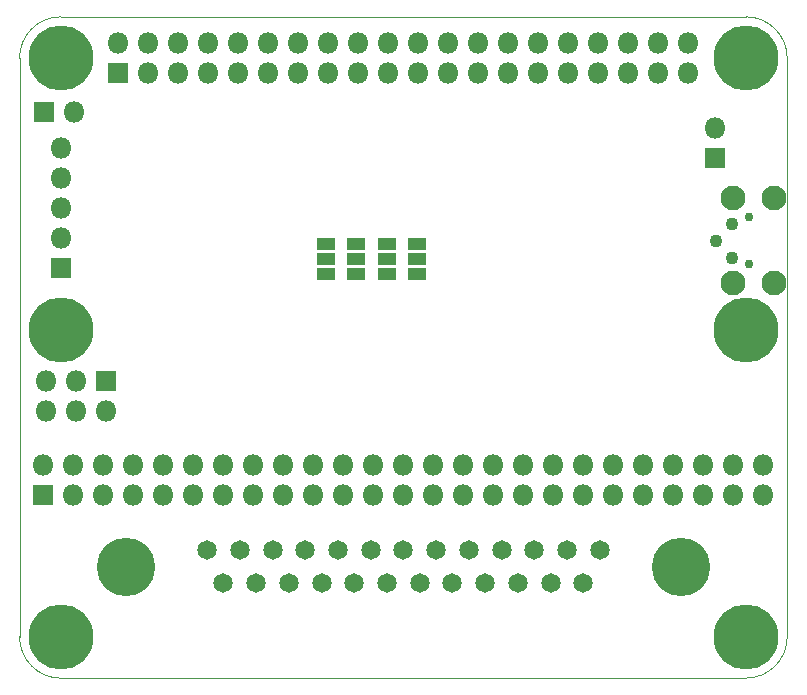
<source format=gbr>
%TF.GenerationSoftware,KiCad,Pcbnew,(5.1.4)-1*%
%TF.CreationDate,2020-09-12T17:46:14-05:00*%
%TF.ProjectId,rascsi_2p3,72617363-7369-45f3-9270-332e6b696361,rev?*%
%TF.SameCoordinates,PX59d60c0PY325aa00*%
%TF.FileFunction,Soldermask,Bot*%
%TF.FilePolarity,Negative*%
%FSLAX46Y46*%
G04 Gerber Fmt 4.6, Leading zero omitted, Abs format (unit mm)*
G04 Created by KiCad (PCBNEW (5.1.4)-1) date 2020-09-12 17:46:14*
%MOMM*%
%LPD*%
G04 APERTURE LIST*
%ADD10C,0.050000*%
%ADD11C,1.100000*%
%ADD12C,0.750000*%
%ADD13C,2.100000*%
%ADD14R,1.600000X1.100000*%
%ADD15C,4.945000*%
%ADD16C,1.645000*%
%ADD17O,1.800000X1.800000*%
%ADD18R,1.800000X1.800000*%
%ADD19C,0.900000*%
%ADD20C,5.500000*%
G04 APERTURE END LIST*
D10*
X83800000Y-45696000D02*
X141800000Y-45696000D01*
X83800000Y-45696000D02*
G75*
G02X80300000Y-42196000I0J3500000D01*
G01*
X145300000Y-42196000D02*
G75*
G02X141800000Y-45696000I-3500000J0D01*
G01*
X80300000Y6800000D02*
X80300000Y-42196000D01*
X145300000Y6800000D02*
X145300000Y-42196000D01*
X83800000Y10300000D02*
X141800000Y10300000D01*
X80300000Y6800000D02*
G75*
G02X83800000Y10300000I3500000J0D01*
G01*
X141800000Y10300000D02*
G75*
G02X145300000Y6800000I0J-3500000D01*
G01*
D11*
%TO.C,TP1*%
X140650000Y-7250000D03*
%TD*%
%TO.C,TP2*%
X139260000Y-8660000D03*
%TD*%
%TO.C,TP3*%
X140650000Y-10110000D03*
%TD*%
D12*
%TO.C,J8*%
X142025000Y-6660000D03*
X142025000Y-10660000D03*
D13*
X140705000Y-12235000D03*
X140705000Y-5085000D03*
X144155000Y-5085000D03*
X144155000Y-12235000D03*
%TD*%
D14*
%TO.C,JP4*%
X113969999Y-10210000D03*
X113969999Y-8910000D03*
X113969999Y-11510000D03*
%TD*%
%TO.C,JP1*%
X106220000Y-10210000D03*
X106220000Y-8910000D03*
X106220000Y-11510000D03*
%TD*%
%TO.C,JP3*%
X111386666Y-10210000D03*
X111386666Y-8910000D03*
X111386666Y-11510000D03*
%TD*%
%TO.C,JP2*%
X108803333Y-10210000D03*
X108803333Y-8910000D03*
X108803333Y-11510000D03*
%TD*%
D15*
%TO.C,J6*%
X89281600Y-36250000D03*
X136321600Y-36250000D03*
D16*
X97566600Y-37670000D03*
X100336600Y-37670000D03*
X103106600Y-37670000D03*
X105876600Y-37670000D03*
X108646600Y-37670000D03*
X111416600Y-37670000D03*
X114186600Y-37670000D03*
X116956600Y-37670000D03*
X119726600Y-37670000D03*
X122496600Y-37670000D03*
X125266600Y-37670000D03*
X128036600Y-37670000D03*
X96181600Y-34830000D03*
X98951600Y-34830000D03*
X101721600Y-34830000D03*
X104491600Y-34830000D03*
X107261600Y-34830000D03*
X110031600Y-34830000D03*
X112801600Y-34830000D03*
X115571600Y-34830000D03*
X118341600Y-34830000D03*
X121111600Y-34830000D03*
X123881600Y-34830000D03*
X126651600Y-34830000D03*
X129421600Y-34830000D03*
%TD*%
D17*
%TO.C,J2*%
X139226000Y857000D03*
D18*
X139226000Y-1683000D03*
%TD*%
D17*
%TO.C,J7*%
X84920000Y2280000D03*
D18*
X82380000Y2280000D03*
%TD*%
D17*
%TO.C,J5*%
X82560000Y-23110000D03*
X82560000Y-20570000D03*
X85100000Y-23110000D03*
X85100000Y-20570000D03*
X87640000Y-23110000D03*
D18*
X87640000Y-20570000D03*
%TD*%
D17*
%TO.C,J3*%
X143226500Y-27654500D03*
X143226500Y-30194500D03*
X140686500Y-27654500D03*
X140686500Y-30194500D03*
X138146500Y-27654500D03*
X138146500Y-30194500D03*
X135606500Y-27654500D03*
X135606500Y-30194500D03*
X133066500Y-27654500D03*
X133066500Y-30194500D03*
X130526500Y-27654500D03*
X130526500Y-30194500D03*
X127986500Y-27654500D03*
X127986500Y-30194500D03*
X125446500Y-27654500D03*
X125446500Y-30194500D03*
X122906500Y-27654500D03*
X122906500Y-30194500D03*
X120366500Y-27654500D03*
X120366500Y-30194500D03*
X117826500Y-27654500D03*
X117826500Y-30194500D03*
X115286500Y-27654500D03*
X115286500Y-30194500D03*
X112746500Y-27654500D03*
X112746500Y-30194500D03*
X110206500Y-27654500D03*
X110206500Y-30194500D03*
X107666500Y-27654500D03*
X107666500Y-30194500D03*
X105126500Y-27654500D03*
X105126500Y-30194500D03*
X102586500Y-27654500D03*
X102586500Y-30194500D03*
X100046500Y-27654500D03*
X100046500Y-30194500D03*
X97506500Y-27654500D03*
X97506500Y-30194500D03*
X94966500Y-27654500D03*
X94966500Y-30194500D03*
X92426500Y-27654500D03*
X92426500Y-30194500D03*
X89886500Y-27654500D03*
X89886500Y-30194500D03*
X87346500Y-27654500D03*
X87346500Y-30194500D03*
X84806500Y-27654500D03*
X84806500Y-30194500D03*
X82266500Y-27654500D03*
D18*
X82266500Y-30194500D03*
%TD*%
D17*
%TO.C,J1*%
X136930000Y8070000D03*
X136930000Y5530000D03*
X134390000Y8070000D03*
X134390000Y5530000D03*
X131850000Y8070000D03*
X131850000Y5530000D03*
X129310000Y8070000D03*
X129310000Y5530000D03*
X126770000Y8070000D03*
X126770000Y5530000D03*
X124230000Y8070000D03*
X124230000Y5530000D03*
X121690000Y8070000D03*
X121690000Y5530000D03*
X119150000Y8070000D03*
X119150000Y5530000D03*
X116610000Y8070000D03*
X116610000Y5530000D03*
X114070000Y8070000D03*
X114070000Y5530000D03*
X111530000Y8070000D03*
X111530000Y5530000D03*
X108990000Y8070000D03*
X108990000Y5530000D03*
X106450000Y8070000D03*
X106450000Y5530000D03*
X103910000Y8070000D03*
X103910000Y5530000D03*
X101370000Y8070000D03*
X101370000Y5530000D03*
X98830000Y8070000D03*
X98830000Y5530000D03*
X96290000Y8070000D03*
X96290000Y5530000D03*
X93750000Y8070000D03*
X93750000Y5530000D03*
X91210000Y8070000D03*
X91210000Y5530000D03*
X88670000Y8070000D03*
D18*
X88670000Y5530000D03*
%TD*%
D19*
%TO.C,H2*%
X143231891Y8231891D03*
X141800000Y8825000D03*
X140368109Y8231891D03*
X139775000Y6800000D03*
X140368109Y5368109D03*
X141800000Y4775000D03*
X143231891Y5368109D03*
X143825000Y6800000D03*
D20*
X141800000Y6800000D03*
%TD*%
D19*
%TO.C,H1*%
X85231891Y8231891D03*
X83800000Y8825000D03*
X82368109Y8231891D03*
X81775000Y6800000D03*
X82368109Y5368109D03*
X83800000Y4775000D03*
X85231891Y5368109D03*
X85825000Y6800000D03*
D20*
X83800000Y6800000D03*
%TD*%
D17*
%TO.C,J4*%
X83810000Y-820000D03*
X83810000Y-3360000D03*
X83810000Y-5900000D03*
X83810000Y-8440000D03*
D18*
X83810000Y-10980000D03*
%TD*%
D19*
%TO.C,H6*%
X143231891Y-40768109D03*
X141800000Y-40175000D03*
X140368109Y-40768109D03*
X139775000Y-42200000D03*
X140368109Y-43631891D03*
X141800000Y-44225000D03*
X143231891Y-43631891D03*
X143825000Y-42200000D03*
D20*
X141800000Y-42200000D03*
%TD*%
D19*
%TO.C,H5*%
X85231891Y-40768109D03*
X83800000Y-40175000D03*
X82368109Y-40768109D03*
X81775000Y-42200000D03*
X82368109Y-43631891D03*
X83800000Y-44225000D03*
X85231891Y-43631891D03*
X85825000Y-42200000D03*
D20*
X83800000Y-42200000D03*
%TD*%
D19*
%TO.C,H4*%
X143231891Y-14768109D03*
X141800000Y-14175000D03*
X140368109Y-14768109D03*
X139775000Y-16200000D03*
X140368109Y-17631891D03*
X141800000Y-18225000D03*
X143231891Y-17631891D03*
X143825000Y-16200000D03*
D20*
X141800000Y-16200000D03*
%TD*%
D19*
%TO.C,H3*%
X85231891Y-14768109D03*
X83800000Y-14175000D03*
X82368109Y-14768109D03*
X81775000Y-16200000D03*
X82368109Y-17631891D03*
X83800000Y-18225000D03*
X85231891Y-17631891D03*
X85825000Y-16200000D03*
D20*
X83800000Y-16200000D03*
%TD*%
M02*

</source>
